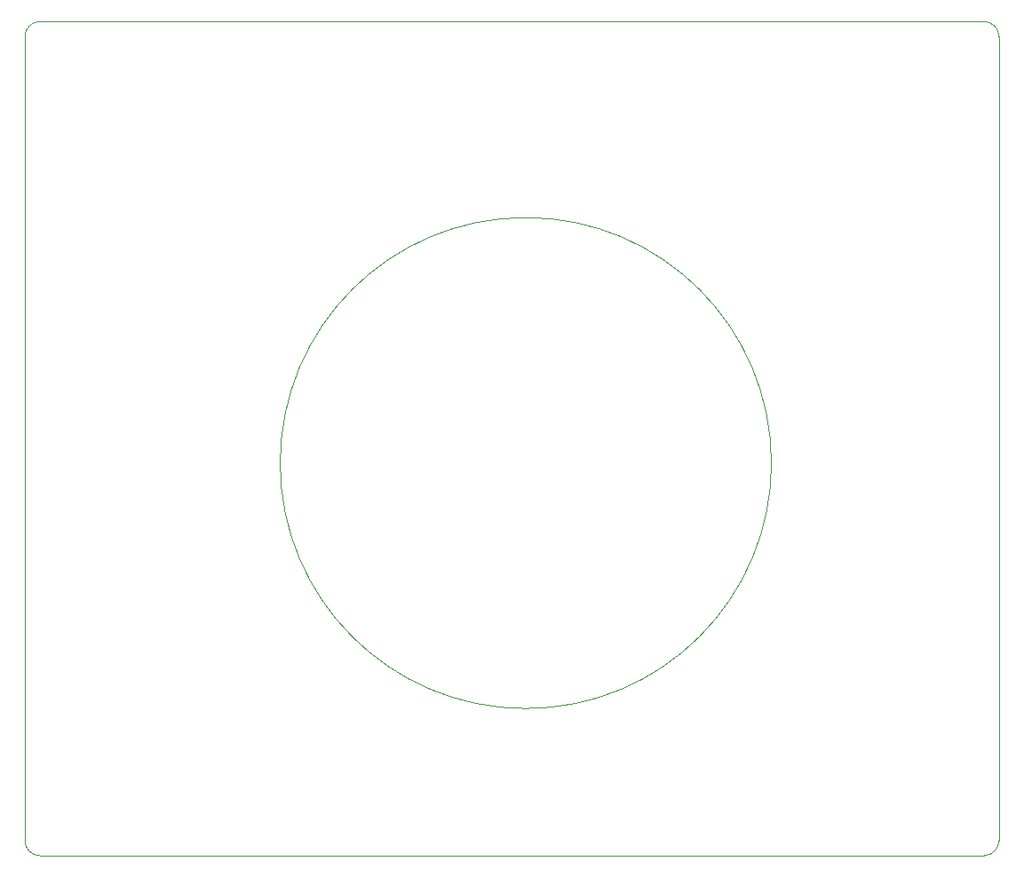
<source format=gbr>
%TF.GenerationSoftware,KiCad,Pcbnew,(6.0.1)*%
%TF.CreationDate,2022-07-08T00:12:44-07:00*%
%TF.ProjectId,OpenEx Rev2,4f70656e-4578-4205-9265-76322e6b6963,rev?*%
%TF.SameCoordinates,Original*%
%TF.FileFunction,Profile,NP*%
%FSLAX46Y46*%
G04 Gerber Fmt 4.6, Leading zero omitted, Abs format (unit mm)*
G04 Created by KiCad (PCBNEW (6.0.1)) date 2022-07-08 00:12:44*
%MOMM*%
%LPD*%
G01*
G04 APERTURE LIST*
%TA.AperFunction,Profile*%
%ADD10C,0.100000*%
%TD*%
G04 APERTURE END LIST*
D10*
X71983600Y-128549090D02*
X71983600Y-51892510D01*
X73431710Y-50444400D02*
G75*
G03*
X71983600Y-51892510I-24460J-1423650D01*
G01*
X71983600Y-128549090D02*
G75*
G03*
X73431710Y-129997200I1423650J-24460D01*
G01*
X163397890Y-129997200D02*
X73431710Y-129997200D01*
X163397890Y-129997200D02*
G75*
G03*
X164846000Y-128549090I24456J1423654D01*
G01*
X143150970Y-92554170D02*
G75*
G03*
X143150970Y-92554170I-23415370J0D01*
G01*
X164846000Y-51892510D02*
G75*
G03*
X163397890Y-50444400I-1423655J24455D01*
G01*
X73431710Y-50444400D02*
X163397890Y-50444400D01*
X164846000Y-51892510D02*
X164846000Y-128549090D01*
M02*

</source>
